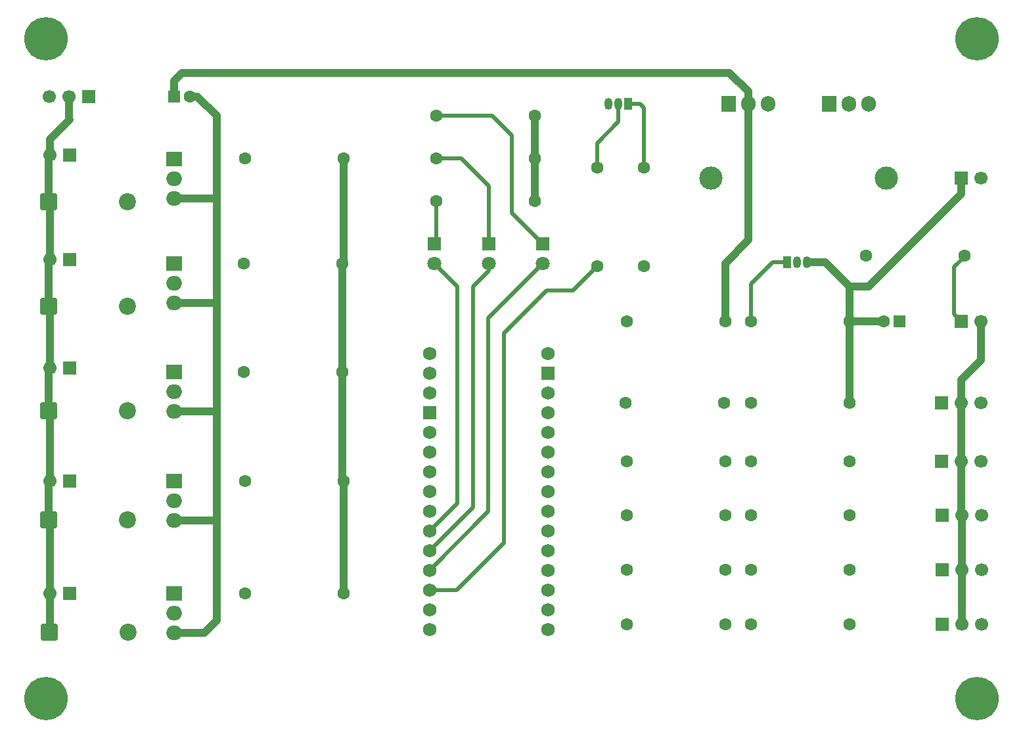
<source format=gbr>
%TF.GenerationSoftware,KiCad,Pcbnew,9.0.3*%
%TF.CreationDate,2025-09-28T13:54:29+02:00*%
%TF.ProjectId,PlantBreakoutBoard,506c616e-7442-4726-9561-6b6f7574426f,rev?*%
%TF.SameCoordinates,Original*%
%TF.FileFunction,Copper,L1,Top*%
%TF.FilePolarity,Positive*%
%FSLAX46Y46*%
G04 Gerber Fmt 4.6, Leading zero omitted, Abs format (unit mm)*
G04 Created by KiCad (PCBNEW 9.0.3) date 2025-09-28 13:54:29*
%MOMM*%
%LPD*%
G01*
G04 APERTURE LIST*
G04 Aperture macros list*
%AMRoundRect*
0 Rectangle with rounded corners*
0 $1 Rounding radius*
0 $2 $3 $4 $5 $6 $7 $8 $9 X,Y pos of 4 corners*
0 Add a 4 corners polygon primitive as box body*
4,1,4,$2,$3,$4,$5,$6,$7,$8,$9,$2,$3,0*
0 Add four circle primitives for the rounded corners*
1,1,$1+$1,$2,$3*
1,1,$1+$1,$4,$5*
1,1,$1+$1,$6,$7*
1,1,$1+$1,$8,$9*
0 Add four rect primitives between the rounded corners*
20,1,$1+$1,$2,$3,$4,$5,0*
20,1,$1+$1,$4,$5,$6,$7,0*
20,1,$1+$1,$6,$7,$8,$9,0*
20,1,$1+$1,$8,$9,$2,$3,0*%
G04 Aperture macros list end*
%TA.AperFunction,ComponentPad*%
%ADD10R,2.000000X1.905000*%
%TD*%
%TA.AperFunction,ComponentPad*%
%ADD11O,2.000000X1.905000*%
%TD*%
%TA.AperFunction,ComponentPad*%
%ADD12C,1.600000*%
%TD*%
%TA.AperFunction,ComponentPad*%
%ADD13RoundRect,0.249999X-0.850001X-0.850001X0.850001X-0.850001X0.850001X0.850001X-0.850001X0.850001X0*%
%TD*%
%TA.AperFunction,ComponentPad*%
%ADD14C,2.200000*%
%TD*%
%TA.AperFunction,ComponentPad*%
%ADD15R,1.905000X2.000000*%
%TD*%
%TA.AperFunction,ComponentPad*%
%ADD16O,1.905000X2.000000*%
%TD*%
%TA.AperFunction,ComponentPad*%
%ADD17R,1.050000X1.500000*%
%TD*%
%TA.AperFunction,ComponentPad*%
%ADD18O,1.050000X1.500000*%
%TD*%
%TA.AperFunction,ComponentPad*%
%ADD19R,1.700000X1.700000*%
%TD*%
%TA.AperFunction,ComponentPad*%
%ADD20C,1.700000*%
%TD*%
%TA.AperFunction,ComponentPad*%
%ADD21R,1.800000X1.800000*%
%TD*%
%TA.AperFunction,ComponentPad*%
%ADD22C,1.800000*%
%TD*%
%TA.AperFunction,ComponentPad*%
%ADD23RoundRect,0.250000X0.550000X0.550000X-0.550000X0.550000X-0.550000X-0.550000X0.550000X-0.550000X0*%
%TD*%
%TA.AperFunction,ComponentPad*%
%ADD24C,5.600000*%
%TD*%
%TA.AperFunction,ComponentPad*%
%ADD25C,1.727200*%
%TD*%
%TA.AperFunction,ComponentPad*%
%ADD26R,1.727200X1.727200*%
%TD*%
%TA.AperFunction,ComponentPad*%
%ADD27C,3.000000*%
%TD*%
%TA.AperFunction,ComponentPad*%
%ADD28RoundRect,0.250000X-0.550000X-0.550000X0.550000X-0.550000X0.550000X0.550000X-0.550000X0.550000X0*%
%TD*%
%TA.AperFunction,Conductor*%
%ADD29C,0.500000*%
%TD*%
%TA.AperFunction,Conductor*%
%ADD30C,1.000000*%
%TD*%
G04 APERTURE END LIST*
D10*
%TO.P,Q6,1,G*%
%TO.N,Net-(Q6-G)*%
X82000000Y-93040000D03*
D11*
%TO.P,Q6,2,D*%
%TO.N,Net-(D4-A)*%
X82000000Y-95580000D03*
%TO.P,Q6,3,S*%
%TO.N,GND*%
X82000000Y-98120000D03*
%TD*%
D12*
%TO.P,R16,1*%
%TO.N,Net-(J10-Pin_1)*%
X152850000Y-83000000D03*
%TO.P,R16,2*%
%TO.N,Net-(A1-PadA6)*%
X140150000Y-83000000D03*
%TD*%
D13*
%TO.P,D2,1,K*%
%TO.N,+Motor DC*%
X65840000Y-70540000D03*
D14*
%TO.P,D2,2,A*%
%TO.N,Net-(D2-A)*%
X76000000Y-70540000D03*
%TD*%
D12*
%TO.P,R19,1*%
%TO.N,Net-(A1-PadA1)*%
X156300000Y-104500000D03*
%TO.P,R19,2*%
%TO.N,GND*%
X169000000Y-104500000D03*
%TD*%
D15*
%TO.P,U1,1,GND*%
%TO.N,GND*%
X153420000Y-44500000D03*
D16*
%TO.P,U1,2,VO*%
%TO.N,+5V*%
X155960000Y-44500000D03*
%TO.P,U1,3,VI*%
%TO.N,Net-(Q1-D)*%
X158500000Y-44500000D03*
%TD*%
D17*
%TO.P,Q2,1,C*%
%TO.N,Net-(Q1-G)*%
X140500000Y-44500000D03*
D18*
%TO.P,Q2,2,B*%
%TO.N,Net-(Q2-B)*%
X139230000Y-44500000D03*
%TO.P,Q2,3,E*%
%TO.N,GND*%
X137960000Y-44500000D03*
%TD*%
D10*
%TO.P,Q3,1,G*%
%TO.N,Net-(Q3-G)*%
X82000000Y-51540000D03*
D11*
%TO.P,Q3,2,D*%
%TO.N,Net-(D1-A)*%
X82000000Y-54080000D03*
%TO.P,Q3,3,S*%
%TO.N,GND*%
X82000000Y-56620000D03*
%TD*%
D12*
%TO.P,R17,1*%
%TO.N,Net-(J11-Pin_1)*%
X153000000Y-104500000D03*
%TO.P,R17,2*%
%TO.N,Net-(A1-PadA1)*%
X140300000Y-104500000D03*
%TD*%
%TO.P,R7,1*%
%TO.N,Net-(Q7-G)*%
X91150000Y-107540000D03*
%TO.P,R7,2*%
%TO.N,GND*%
X103850000Y-107540000D03*
%TD*%
%TO.P,R2,1*%
%TO.N,Net-(Q2-B)*%
X136500000Y-52650000D03*
%TO.P,R2,2*%
%TO.N,5V_ENABLE*%
X136500000Y-65350000D03*
%TD*%
D19*
%TO.P,J1,1,Pin_1*%
%TO.N,+5V*%
X71000000Y-43500000D03*
D20*
%TO.P,J1,2,Pin_2*%
%TO.N,+Motor DC*%
X68460000Y-43500000D03*
%TO.P,J1,3,Pin_3*%
%TO.N,GND*%
X65920000Y-43500000D03*
%TD*%
D12*
%TO.P,R10,1*%
%TO.N,Net-(Q8-C)*%
X156300000Y-72500000D03*
%TO.P,R10,2*%
%TO.N,GND*%
X169000000Y-72500000D03*
%TD*%
D21*
%TO.P,D8,1,K*%
%TO.N,Net-(D8-K)*%
X115500000Y-62500000D03*
D22*
%TO.P,D8,2,A*%
%TO.N,Net-(D8-A)*%
X115500000Y-65040000D03*
%TD*%
D23*
%TO.P,C2,1*%
%TO.N,+5V*%
X175455113Y-72500000D03*
D12*
%TO.P,C2,2*%
%TO.N,GND*%
X173455113Y-72500000D03*
%TD*%
%TO.P,R23,1*%
%TO.N,Net-(A1-PadA0)*%
X156300000Y-111500000D03*
%TO.P,R23,2*%
%TO.N,GND*%
X169000000Y-111500000D03*
%TD*%
%TO.P,R15,1*%
%TO.N,Net-(A1-PadA2)*%
X156300000Y-97500000D03*
%TO.P,R15,2*%
%TO.N,GND*%
X169000000Y-97500000D03*
%TD*%
%TO.P,R22,1*%
%TO.N,Net-(A1-PadA3)*%
X156300000Y-90500000D03*
%TO.P,R22,2*%
%TO.N,GND*%
X169000000Y-90500000D03*
%TD*%
D24*
%TO.P,hole2,1*%
%TO.N,N/C*%
X185500000Y-36100000D03*
%TD*%
D13*
%TO.P,D3,1,K*%
%TO.N,+Motor DC*%
X65840000Y-84040000D03*
D14*
%TO.P,D3,2,A*%
%TO.N,Net-(D3-A)*%
X76000000Y-84040000D03*
%TD*%
D12*
%TO.P,R20,1*%
%TO.N,Net-(J12-Pin_1)*%
X153000000Y-90500000D03*
%TO.P,R20,2*%
%TO.N,Net-(A1-PadA3)*%
X140300000Y-90500000D03*
%TD*%
D19*
%TO.P,J13,1,Pin_1*%
%TO.N,Net-(J13-Pin_1)*%
X180960000Y-111500000D03*
D20*
%TO.P,J13,2,Pin_2*%
%TO.N,+5V*%
X183500000Y-111500000D03*
%TO.P,J13,3,Pin_3*%
%TO.N,GND*%
X186040000Y-111500000D03*
%TD*%
D17*
%TO.P,Q8,1,C*%
%TO.N,Net-(Q8-C)*%
X160960000Y-64860000D03*
D18*
%TO.P,Q8,2,B*%
%TO.N,Net-(Q8-B)*%
X162230000Y-64860000D03*
%TO.P,Q8,3,E*%
%TO.N,GND*%
X163500000Y-64860000D03*
%TD*%
D21*
%TO.P,D6,1,K*%
%TO.N,Net-(D6-K)*%
X129500000Y-62500000D03*
D22*
%TO.P,D6,2,A*%
%TO.N,Net-(D6-A)*%
X129500000Y-65040000D03*
%TD*%
D12*
%TO.P,R6,1*%
%TO.N,Net-(Q6-G)*%
X91150000Y-93040000D03*
%TO.P,R6,2*%
%TO.N,GND*%
X103850000Y-93040000D03*
%TD*%
D24*
%TO.P,hole3,1*%
%TO.N,N/C*%
X185500000Y-121100000D03*
%TD*%
D19*
%TO.P,J4,1,Pin_1*%
%TO.N,Net-(D2-A)*%
X68500000Y-64540000D03*
D20*
%TO.P,J4,2,Pin_2*%
%TO.N,+Motor DC*%
X65960000Y-64540000D03*
%TD*%
D12*
%TO.P,R21,1*%
%TO.N,Net-(J13-Pin_1)*%
X153000000Y-111500000D03*
%TO.P,R21,2*%
%TO.N,Net-(A1-PadA0)*%
X140300000Y-111500000D03*
%TD*%
D10*
%TO.P,Q4,1,G*%
%TO.N,Net-(Q4-G)*%
X82000000Y-65040000D03*
D11*
%TO.P,Q4,2,D*%
%TO.N,Net-(D2-A)*%
X82000000Y-67580000D03*
%TO.P,Q4,3,S*%
%TO.N,GND*%
X82000000Y-70120000D03*
%TD*%
D19*
%TO.P,J10,1,Pin_1*%
%TO.N,Net-(J10-Pin_1)*%
X180920000Y-83000000D03*
D20*
%TO.P,J10,2,Pin_2*%
%TO.N,+5V*%
X183460000Y-83000000D03*
%TO.P,J10,3,Pin_3*%
%TO.N,GND*%
X186000000Y-83000000D03*
%TD*%
D12*
%TO.P,R9,1*%
%TO.N,Net-(Q8-B)*%
X171150000Y-64000000D03*
%TO.P,R9,2*%
%TO.N,Net-(J8-Pin_1)*%
X183850000Y-64000000D03*
%TD*%
D10*
%TO.P,Q5,1,G*%
%TO.N,Net-(Q5-G)*%
X82000000Y-79040000D03*
D11*
%TO.P,Q5,2,D*%
%TO.N,Net-(D3-A)*%
X82000000Y-81580000D03*
%TO.P,Q5,3,S*%
%TO.N,GND*%
X82000000Y-84120000D03*
%TD*%
D12*
%TO.P,R12,1*%
%TO.N,Net-(D7-K)*%
X115800000Y-51500000D03*
%TO.P,R12,2*%
%TO.N,GND*%
X128500000Y-51500000D03*
%TD*%
D19*
%TO.P,J9,1,Pin_1*%
%TO.N,Net-(J9-Pin_1)*%
X180960000Y-97500000D03*
D20*
%TO.P,J9,2,Pin_2*%
%TO.N,+5V*%
X183500000Y-97500000D03*
%TO.P,J9,3,Pin_3*%
%TO.N,GND*%
X186040000Y-97500000D03*
%TD*%
D12*
%TO.P,R18,1*%
%TO.N,Net-(A1-PadA6)*%
X156300000Y-83000000D03*
%TO.P,R18,2*%
%TO.N,GND*%
X169000000Y-83000000D03*
%TD*%
D19*
%TO.P,J11,1,Pin_1*%
%TO.N,Net-(J11-Pin_1)*%
X180960000Y-104500000D03*
D20*
%TO.P,J11,2,Pin_2*%
%TO.N,+5V*%
X183500000Y-104500000D03*
%TO.P,J11,3,Pin_3*%
%TO.N,GND*%
X186040000Y-104500000D03*
%TD*%
D24*
%TO.P,hole1,1*%
%TO.N,N/C*%
X65500000Y-36100000D03*
%TD*%
D19*
%TO.P,J5,1,Pin_1*%
%TO.N,Net-(D3-A)*%
X68500000Y-78540000D03*
D20*
%TO.P,J5,2,Pin_2*%
%TO.N,+Motor DC*%
X65960000Y-78540000D03*
%TD*%
D12*
%TO.P,R8,1*%
%TO.N,+5V*%
X153000000Y-72500000D03*
%TO.P,R8,2*%
%TO.N,Net-(Q8-C)*%
X140300000Y-72500000D03*
%TD*%
D10*
%TO.P,Q7,1,G*%
%TO.N,Net-(Q7-G)*%
X82000000Y-107500000D03*
D11*
%TO.P,Q7,2,D*%
%TO.N,Net-(D5-A)*%
X82000000Y-110040000D03*
%TO.P,Q7,3,S*%
%TO.N,GND*%
X82000000Y-112580000D03*
%TD*%
D12*
%TO.P,R13,1*%
%TO.N,Net-(D8-K)*%
X115800000Y-57000000D03*
%TO.P,R13,2*%
%TO.N,GND*%
X128500000Y-57000000D03*
%TD*%
D25*
%TO.P,A1,3V3,3.3V*%
%TO.N,unconnected-(A1-3.3V-Pad3V3)*%
X130150000Y-109660000D03*
%TO.P,A1,5V,5V*%
%TO.N,unconnected-(A1-Pad5V)*%
X130150000Y-84260000D03*
%TO.P,A1,A0,A0*%
%TO.N,Net-(A1-PadA0)*%
X130150000Y-104580000D03*
%TO.P,A1,A1,A1*%
%TO.N,Net-(A1-PadA1)*%
X130150000Y-102040000D03*
%TO.P,A1,A2,A2*%
%TO.N,Net-(A1-PadA2)*%
X130150000Y-99500000D03*
%TO.P,A1,A3,A3*%
%TO.N,Net-(A1-PadA3)*%
X130150000Y-96960000D03*
%TO.P,A1,A4,A4/SDA*%
%TO.N,unconnected-(A1-A4{slash}SDA-PadA4)*%
X130150000Y-94420000D03*
%TO.P,A1,A5,A5/SCL*%
%TO.N,unconnected-(A1-A5{slash}SCL-PadA5)*%
X130150000Y-91880000D03*
%TO.P,A1,A6,A6*%
%TO.N,Net-(A1-PadA6)*%
X130150000Y-89340000D03*
%TO.P,A1,A7,A7*%
%TO.N,Net-(Q8-C)*%
X130150000Y-86800000D03*
%TO.P,A1,AREF,AREF*%
%TO.N,unconnected-(A1-PadAREF)*%
X130150000Y-107120000D03*
%TO.P,A1,D0,D0/RX*%
%TO.N,unconnected-(A1-D0{slash}RX-PadD0)*%
X114910000Y-79180000D03*
%TO.P,A1,D1,D1/TX*%
%TO.N,unconnected-(A1-D1{slash}TX-PadD1)*%
X114910000Y-76640000D03*
%TO.P,A1,D2,D2*%
%TO.N,Net-(Q3-G)*%
X114910000Y-86800000D03*
%TO.P,A1,D3,D3*%
%TO.N,Net-(Q4-G)*%
X114910000Y-89340000D03*
%TO.P,A1,D4,D4*%
%TO.N,Net-(Q5-G)*%
X114910000Y-91880000D03*
%TO.P,A1,D5,D5*%
%TO.N,Net-(Q6-G)*%
X114910000Y-94420000D03*
%TO.P,A1,D6,D6*%
%TO.N,Net-(Q7-G)*%
X114910000Y-96960000D03*
%TO.P,A1,D7,D7*%
%TO.N,Net-(D8-A)*%
X114910000Y-99500000D03*
%TO.P,A1,D8,D8*%
%TO.N,Net-(D7-A)*%
X114910000Y-102040000D03*
%TO.P,A1,D9,D9*%
%TO.N,Net-(D6-A)*%
X114910000Y-104580000D03*
%TO.P,A1,D10,D10*%
%TO.N,5V_ENABLE*%
X114910000Y-107120000D03*
%TO.P,A1,D11,D11_MOSI*%
%TO.N,unconnected-(A1-D11_MOSI-PadD11)*%
X114910000Y-109660000D03*
%TO.P,A1,D12,D12_MISO*%
%TO.N,unconnected-(A1-D12_MISO-PadD12)*%
X114910000Y-112200000D03*
%TO.P,A1,D13,D13_SCK*%
%TO.N,unconnected-(A1-D13_SCK-PadD13)*%
X130150000Y-112200000D03*
D26*
%TO.P,A1,GND1,GND*%
%TO.N,GND*%
X114910000Y-84260000D03*
%TO.P,A1,GND2,GND*%
X130150000Y-79180000D03*
D25*
%TO.P,A1,RST1,RESET*%
%TO.N,unconnected-(A1-RESET-PadRST1)*%
X114910000Y-81720000D03*
%TO.P,A1,RST2,RESET*%
%TO.N,unconnected-(A1-RESET-PadRST2)*%
X130150000Y-81720000D03*
%TO.P,A1,VIN,VIN*%
%TO.N,VIN*%
X130150000Y-76640000D03*
%TD*%
D19*
%TO.P,J6,1,Pin_1*%
%TO.N,Net-(D4-A)*%
X68500000Y-93040000D03*
D20*
%TO.P,J6,2,Pin_2*%
%TO.N,+Motor DC*%
X65960000Y-93040000D03*
%TD*%
D12*
%TO.P,R11,1*%
%TO.N,Net-(D6-K)*%
X115800000Y-46000000D03*
%TO.P,R11,2*%
%TO.N,GND*%
X128500000Y-46000000D03*
%TD*%
D19*
%TO.P,J3,1,Pin_1*%
%TO.N,Net-(D1-A)*%
X68500000Y-51040000D03*
D20*
%TO.P,J3,2,Pin_2*%
%TO.N,+Motor DC*%
X65960000Y-51040000D03*
%TD*%
D13*
%TO.P,D4,1,K*%
%TO.N,+Motor DC*%
X65840000Y-98040000D03*
D14*
%TO.P,D4,2,A*%
%TO.N,Net-(D4-A)*%
X76000000Y-98040000D03*
%TD*%
D21*
%TO.P,D7,1,K*%
%TO.N,Net-(D7-K)*%
X122530000Y-62500000D03*
D22*
%TO.P,D7,2,A*%
%TO.N,Net-(D7-A)*%
X122530000Y-65040000D03*
%TD*%
D27*
%TO.P,F1,1*%
%TO.N,VIN_BATT*%
X173800000Y-54000000D03*
%TO.P,F1,2*%
%TO.N,VIN*%
X151200000Y-54000000D03*
%TD*%
D19*
%TO.P,J2,1,Pin_1*%
%TO.N,GND*%
X183460000Y-54000000D03*
D20*
%TO.P,J2,2,Pin_2*%
%TO.N,VIN_BATT*%
X186000000Y-54000000D03*
%TD*%
D12*
%TO.P,R14,1*%
%TO.N,Net-(J9-Pin_1)*%
X153000000Y-97500000D03*
%TO.P,R14,2*%
%TO.N,Net-(A1-PadA2)*%
X140300000Y-97500000D03*
%TD*%
%TO.P,R1,1*%
%TO.N,Net-(Q1-G)*%
X142500000Y-52650000D03*
%TO.P,R1,2*%
%TO.N,VIN*%
X142500000Y-65350000D03*
%TD*%
D13*
%TO.P,D5,1,K*%
%TO.N,+Motor DC*%
X65920000Y-112500000D03*
D14*
%TO.P,D5,2,A*%
%TO.N,Net-(D5-A)*%
X76080000Y-112500000D03*
%TD*%
D13*
%TO.P,D1,1,K*%
%TO.N,+Motor DC*%
X65840000Y-57040000D03*
D14*
%TO.P,D1,2,A*%
%TO.N,Net-(D1-A)*%
X76000000Y-57040000D03*
%TD*%
D19*
%TO.P,J12,1,Pin_1*%
%TO.N,Net-(J12-Pin_1)*%
X180920000Y-90500000D03*
D20*
%TO.P,J12,2,Pin_2*%
%TO.N,+5V*%
X183460000Y-90500000D03*
%TO.P,J12,3,Pin_3*%
%TO.N,GND*%
X186000000Y-90500000D03*
%TD*%
D12*
%TO.P,R5,1*%
%TO.N,Net-(Q5-G)*%
X91000000Y-79040000D03*
%TO.P,R5,2*%
%TO.N,GND*%
X103700000Y-79040000D03*
%TD*%
D19*
%TO.P,J7,1,Pin_1*%
%TO.N,Net-(D5-A)*%
X68500000Y-107500000D03*
D20*
%TO.P,J7,2,Pin_2*%
%TO.N,+Motor DC*%
X65960000Y-107500000D03*
%TD*%
D15*
%TO.P,Q1,1,G*%
%TO.N,Net-(Q1-G)*%
X166420000Y-44500000D03*
D16*
%TO.P,Q1,2,D*%
%TO.N,Net-(Q1-D)*%
X168960000Y-44500000D03*
%TO.P,Q1,3,S*%
%TO.N,VIN*%
X171500000Y-44500000D03*
%TD*%
D19*
%TO.P,J8,1,Pin_1*%
%TO.N,Net-(J8-Pin_1)*%
X183460000Y-72500000D03*
D20*
%TO.P,J8,2,Pin_2*%
%TO.N,+5V*%
X186000000Y-72500000D03*
%TD*%
D12*
%TO.P,R3,1*%
%TO.N,Net-(Q3-G)*%
X91150000Y-51500000D03*
%TO.P,R3,2*%
%TO.N,GND*%
X103850000Y-51500000D03*
%TD*%
D24*
%TO.P,hole4,1*%
%TO.N,N/C*%
X65500000Y-121100000D03*
%TD*%
D28*
%TO.P,C1,1*%
%TO.N,+5V*%
X82000000Y-43500000D03*
D12*
%TO.P,C1,2*%
%TO.N,GND*%
X84000000Y-43500000D03*
%TD*%
%TO.P,R4,1*%
%TO.N,Net-(Q4-G)*%
X91000000Y-65040000D03*
%TO.P,R4,2*%
%TO.N,GND*%
X103700000Y-65040000D03*
%TD*%
D29*
%TO.N,Net-(D8-A)*%
X115500000Y-65040000D02*
X118500000Y-68040000D01*
X118500000Y-68040000D02*
X118500000Y-95910000D01*
X118500000Y-95910000D02*
X114910000Y-99500000D01*
%TO.N,Net-(D7-A)*%
X122530000Y-65040000D02*
X122530000Y-65970000D01*
X120500000Y-68000000D02*
X120500000Y-96450000D01*
X120500000Y-96450000D02*
X114910000Y-102040000D01*
X122530000Y-65970000D02*
X120500000Y-68000000D01*
%TO.N,5V_ENABLE*%
X133350000Y-68500000D02*
X130000000Y-68500000D01*
X124500000Y-101000000D02*
X118380000Y-107120000D01*
X124500000Y-74000000D02*
X124500000Y-101000000D01*
X130000000Y-68500000D02*
X124500000Y-74000000D01*
X136500000Y-65350000D02*
X133350000Y-68500000D01*
X118380000Y-107120000D02*
X114910000Y-107120000D01*
%TO.N,Net-(D6-A)*%
X129500000Y-65040000D02*
X122500000Y-72040000D01*
X122500000Y-96990000D02*
X114910000Y-104580000D01*
X122500000Y-72040000D02*
X122500000Y-96990000D01*
D30*
%TO.N,+5V*%
X155960000Y-42881098D02*
X155960000Y-44500000D01*
X82000000Y-43500000D02*
X82000000Y-41500000D01*
X155960000Y-44500000D02*
X156000000Y-44500000D01*
X153000000Y-65000000D02*
X153000000Y-72500000D01*
X83000000Y-40500000D02*
X153578902Y-40500000D01*
X183500000Y-97500000D02*
X183500000Y-104500000D01*
X183460000Y-83000000D02*
X183460000Y-80040000D01*
X82000000Y-41500000D02*
X83000000Y-40500000D01*
X183460000Y-90500000D02*
X183460000Y-97460000D01*
X183460000Y-90500000D02*
X183460000Y-83000000D01*
X153578902Y-40500000D02*
X155960000Y-42881098D01*
X183500000Y-111500000D02*
X183500000Y-104500000D01*
X156000000Y-62000000D02*
X153000000Y-65000000D01*
X186000000Y-77500000D02*
X186000000Y-72500000D01*
X156000000Y-44500000D02*
X156000000Y-62000000D01*
X183460000Y-97460000D02*
X183500000Y-97500000D01*
X183460000Y-80040000D02*
X186000000Y-77500000D01*
%TO.N,GND*%
X186000000Y-97460000D02*
X186040000Y-97500000D01*
X85920000Y-112580000D02*
X87500000Y-111000000D01*
X103850000Y-64890000D02*
X103700000Y-65040000D01*
X103850000Y-51540000D02*
X103850000Y-64890000D01*
X103850000Y-93040000D02*
X103850000Y-107540000D01*
X87380000Y-98120000D02*
X87500000Y-98000000D01*
X163500000Y-64860000D02*
X165860000Y-64860000D01*
X82000000Y-112580000D02*
X85920000Y-112580000D01*
X171500000Y-68000000D02*
X183460000Y-56040000D01*
X169000000Y-68000000D02*
X169000000Y-72500000D01*
X87380000Y-70120000D02*
X87500000Y-70000000D01*
X103700000Y-92890000D02*
X103850000Y-93040000D01*
X87500000Y-46000000D02*
X85000000Y-43500000D01*
X87500000Y-56500000D02*
X87500000Y-46000000D01*
X128500000Y-51500000D02*
X128500000Y-57000000D01*
X169000000Y-72500000D02*
X173455113Y-72500000D01*
X82380000Y-98120000D02*
X82500000Y-98000000D01*
X82000000Y-84120000D02*
X87120000Y-84120000D01*
X103700000Y-79040000D02*
X103700000Y-92890000D01*
X87380000Y-56620000D02*
X87500000Y-56500000D01*
X87500000Y-84500000D02*
X87500000Y-70000000D01*
X87500000Y-70000000D02*
X87500000Y-56500000D01*
X82000000Y-98120000D02*
X87380000Y-98120000D01*
X103700000Y-65040000D02*
X103700000Y-79040000D01*
X169000000Y-68000000D02*
X171500000Y-68000000D01*
X128500000Y-46000000D02*
X128500000Y-51500000D01*
X82000000Y-70120000D02*
X87380000Y-70120000D01*
X169000000Y-83000000D02*
X169000000Y-72500000D01*
X87500000Y-111000000D02*
X87500000Y-98000000D01*
X87120000Y-84120000D02*
X87500000Y-84500000D01*
X82000000Y-98120000D02*
X82380000Y-98120000D01*
X82000000Y-56620000D02*
X87380000Y-56620000D01*
X87500000Y-98000000D02*
X87500000Y-84500000D01*
X165860000Y-64860000D02*
X169000000Y-68000000D01*
X183460000Y-56040000D02*
X183460000Y-54000000D01*
%TO.N,+Motor DC*%
X65840000Y-98040000D02*
X65840000Y-93160000D01*
X65960000Y-78540000D02*
X65960000Y-70660000D01*
X65960000Y-70660000D02*
X65840000Y-70540000D01*
X65840000Y-64660000D02*
X65960000Y-64540000D01*
X65960000Y-49040000D02*
X68500000Y-46500000D01*
X65960000Y-64540000D02*
X65960000Y-57160000D01*
X65960000Y-98160000D02*
X65840000Y-98040000D01*
X65960000Y-107500000D02*
X65960000Y-98160000D01*
X65920000Y-112500000D02*
X66000000Y-112500000D01*
X65840000Y-93160000D02*
X65960000Y-93040000D01*
X65960000Y-51040000D02*
X65960000Y-49040000D01*
X68460000Y-46460000D02*
X68460000Y-43500000D01*
X65840000Y-57040000D02*
X65840000Y-51160000D01*
X65960000Y-112460000D02*
X65960000Y-107500000D01*
X68500000Y-46500000D02*
X68460000Y-46460000D01*
X65840000Y-51160000D02*
X65960000Y-51040000D01*
X66000000Y-112500000D02*
X65960000Y-112460000D01*
X65960000Y-93040000D02*
X65960000Y-84160000D01*
X65960000Y-84160000D02*
X65840000Y-84040000D01*
X65840000Y-78660000D02*
X65960000Y-78540000D01*
X65840000Y-84040000D02*
X65840000Y-78660000D01*
X65960000Y-57160000D02*
X65840000Y-57040000D01*
X65840000Y-70540000D02*
X65840000Y-64660000D01*
D29*
%TO.N,Net-(D6-K)*%
X115800000Y-46000000D02*
X123000000Y-46000000D01*
X123000000Y-46000000D02*
X125500000Y-48500000D01*
X125500000Y-58500000D02*
X129500000Y-62500000D01*
X125500000Y-48500000D02*
X125500000Y-58500000D01*
%TO.N,Net-(D7-K)*%
X122530000Y-55030000D02*
X122530000Y-62500000D01*
X119000000Y-51500000D02*
X122530000Y-55030000D01*
X115800000Y-51500000D02*
X119000000Y-51500000D01*
%TO.N,Net-(D8-K)*%
X115800000Y-57000000D02*
X115800000Y-62200000D01*
X115800000Y-62200000D02*
X115500000Y-62500000D01*
%TO.N,Net-(Q2-B)*%
X136500000Y-49500000D02*
X136500000Y-52650000D01*
X139230000Y-46770000D02*
X136500000Y-49500000D01*
X139230000Y-44500000D02*
X139230000Y-46770000D01*
%TO.N,Net-(Q8-C)*%
X156300000Y-72500000D02*
X156300000Y-67700000D01*
X159140000Y-64860000D02*
X160960000Y-64860000D01*
X156300000Y-67700000D02*
X159140000Y-64860000D01*
%TO.N,Net-(J8-Pin_1)*%
X183850000Y-64000000D02*
X184000000Y-64000000D01*
X184000000Y-64000000D02*
X182500000Y-65500000D01*
X182500000Y-71540000D02*
X183460000Y-72500000D01*
X182500000Y-65500000D02*
X182500000Y-71540000D01*
%TO.N,Net-(Q1-G)*%
X142000000Y-44500000D02*
X142500000Y-45000000D01*
X140500000Y-44500000D02*
X142000000Y-44500000D01*
X142500000Y-45000000D02*
X142500000Y-52650000D01*
%TD*%
M02*

</source>
